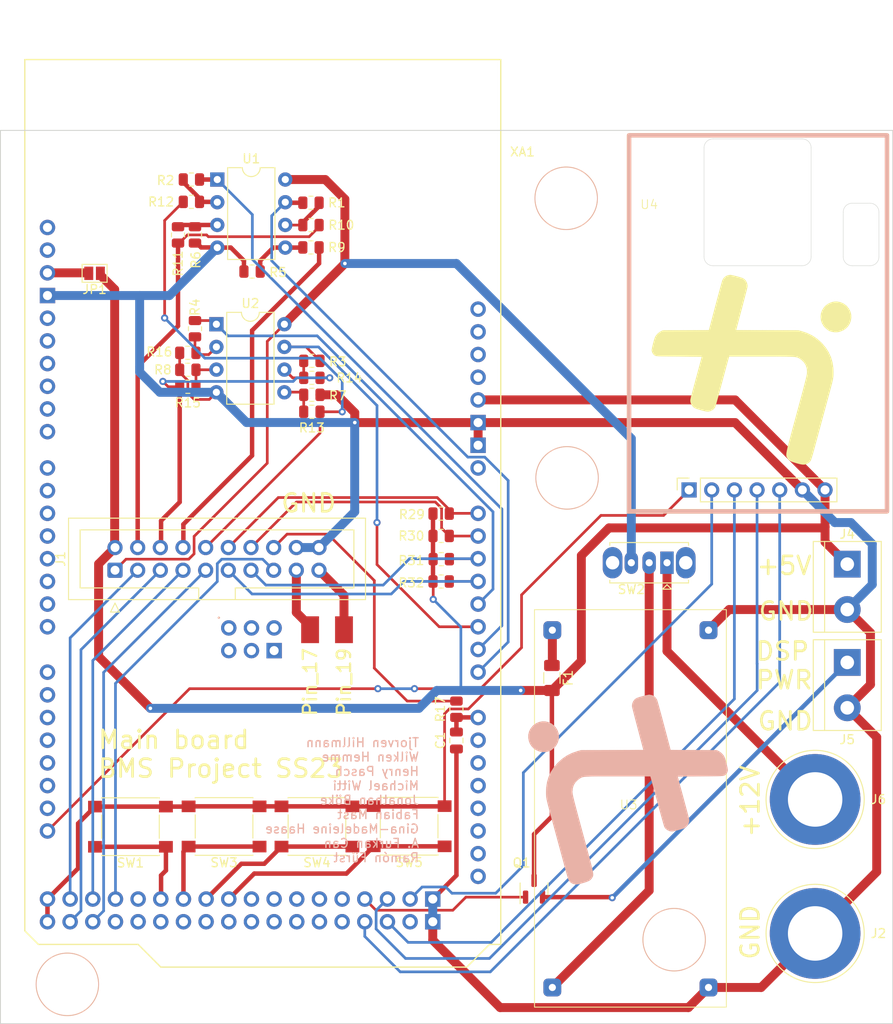
<source format=kicad_pcb>
(kicad_pcb (version 20221018) (generator pcbnew)
  (layers (0 "F.Cu" signal) (31 "B.Cu" signal) (34 "B.Paste" user) (35 "F.Paste" user) (36 "B.SilkS" user "B.Silkscreen") (37 "F.SilkS" user "F.Silkscreen") (38 "B.Mask" user) (39 "F.Mask" user) (44 "Edge.Cuts" user))
  (net 0 "")
  (net 1 "Net-(C1-Pad1)")
  (net 2 "GND")
  (net 3 "Net-(U3-OUT+)")
  (net 4 "+5V")
  (net 5 "+BATT")
  (net 6 "/balancing_ctrl_1")
  (net 7 "/balancing_ctrl_2")
  (net 8 "/balancing_ctrl_3")
  (net 9 "/balancing_ctrl_4")
  (net 10 "/bat01")
  (net 11 "/bat02")
  (net 12 "/bat03")
  (net 13 "/bat04")
  (net 14 "/temp_sensor01")
  (net 15 "/temp_sensor02")
  (net 16 "/temp_sensor03")
  (net 17 "/temp_sensor04")
  (net 18 "/bat_main_switch")
  (net 19 "/current_sensor")
  (net 20 "Net-(J1-Pin_17)")
  (net 21 "Net-(J1-Pin_19)")
  (net 22 "Net-(J5-Pin_1)")
  (net 23 "Net-(J6-Pin_1)")
  (net 24 "Net-(JP1-B)")
  (net 25 "/display_enable")
  (net 26 "/Arduino/cell_4_V")
  (net 27 "Net-(U1B--)")
  (net 28 "/Arduino/cell_3_V")
  (net 29 "Net-(U1A--)")
  (net 30 "/Arduino/cell_2_V")
  (net 31 "Net-(U2B--)")
  (net 32 "/Arduino/cell_1_V")
  (net 33 "Net-(U2A--)")
  (net 34 "Net-(U1B-+)")
  (net 35 "Net-(U1A-+)")
  (net 36 "Net-(U2B-+)")
  (net 37 "Net-(U2A-+)")
  (net 38 "/Arduino/Switch_0")
  (net 39 "Net-(SW2-B)")
  (net 40 "/Arduino/Switch_1")
  (net 41 "/Arduino/Switch_2")
  (net 42 "/Arduino/Switch_3")
  (net 43 "/CAN_INT")
  (net 44 "/CAN_SCK")
  (net 45 "/CAN_SI")
  (net 46 "/CAN_SO")
  (net 47 "/CAN_CS")
  (net 48 "+3.3V")
  (footprint "Resistor_SMD:R_0805_2012Metric" (layer "F.Cu") (at 133.5 44.2)
    (fp_text reference "R1")
    (fp_text value "100k")
  )
  (footprint "Resistor_SMD:R_0805_2012Metric" (layer "F.Cu") (at 133.5 46.7 180)
    (fp_text reference "R10")
    (fp_text value "100k")
  )
  (footprint "Connector:Banana_Jack_1Pin" (layer "F.Cu") (at 190 111)
    (fp_text reference "J6")
    (fp_text value "Conn_01x01_Socket")
  )
  (footprint "Resistor_SMD:R_0805_2012Metric" (layer "F.Cu") (at 133.6 65.7)
    (fp_text reference "R7")
    (fp_text value "100k")
  )
  (footprint "Button_Switch_SMD:SW_Push_1P1T_NO_6x6mm_H9.5mm" (layer "F.Cu") (at 144.5 114 180)
    (fp_text reference "SW5")
    (fp_text value "SW_Push")
  )
  (footprint "Button_Switch_SMD:SW_Push_1P1T_NO_6x6mm_H9.5mm" (layer "F.Cu") (at 113.27 114.05 180)
    (fp_text reference "SW1")
    (fp_text value "SW_Push")
  )
  (footprint "BMS_lib:Prototyping_Wood_Hole" (layer "F.Cu") (at 162.1 43.7)
    (fp_text reference "M1" hide)
    (fp_text value "Prototyping_Wood_Hole" hide)
  )
  (footprint "Resistor_SMD:R_0805_2012Metric" (layer "F.Cu") (at 133.6 63.8 180)
    (fp_text reference "R14")
    (fp_text value "100k")
  )
  (footprint "TerminalBlock:TerminalBlock_bornier-2_P5.08mm" (layer "F.Cu") (at 193.6 84.66 -90)
    (fp_text reference "J4")
    (fp_text value "ESP32_power")
  )
  (footprint "Resistor_SMD:R_0805_2012Metric" (layer "F.Cu") (at 120.1 44.1)
    (fp_text reference "R12")
    (fp_text value "100k")
  )
  (footprint "Button_Switch_SMD:SW_Push_1P1T_NO_6x6mm_H9.5mm" (layer "F.Cu") (at 134.17 114.025 180)
    (fp_text reference "SW4")
    (fp_text value "SW_Push")
  )
  (footprint "BMS_lib:Prototyping_Pad_Data" (layer "F.Cu") (at 137.2 92 180)
    (fp_text reference "PAD2")
    (fp_text value "Pin_19")
  )
  (footprint "BMS_lib:Buck_LM2596" (layer "F.Cu") (at 160.55 132.05 90)
    (fp_text reference "U3")
    (fp_text value "Buck")
  )
  (footprint "Resistor_SMD:R_0805_2012Metric" (layer "F.Cu") (at 133.6 61.9 180)
    (fp_text reference "R3")
    (fp_text value "100k")
  )
  (footprint "BMS_lib:thi_logo_large" (layer "F.Cu") (at 182.9 62.9)
    (fp_text reference "G***" hide)
    (fp_text value "LOGO" hide)
  )
  (footprint "Resistor_SMD:R_0805_2012Metric" (layer "F.Cu") (at 148.0875 79)
    (fp_text reference "R29")
    (fp_text value "100k")
  )
  (footprint "Button_Switch_SMD:SW_Push_1P1T_NO_6x6mm_H9.5mm" (layer "F.Cu") (at 123.76 114.025 180)
    (fp_text reference "SW3")
    (fp_text value "SW_Push")
  )
  (footprint "Resistor_SMD:R_0805_2012Metric" (layer "F.Cu") (at 148.1 84.1)
    (fp_text reference "R31")
    (fp_text value "100k")
  )
  (footprint "TerminalBlock:TerminalBlock_bornier-2_P5.08mm" (layer "F.Cu") (at 193.6 95.66 -90)
    (fp_text reference "J5")
    (fp_text value "Display_power")
  )
  (footprint "Resistor_SMD:R_0805_2012Metric" (layer "F.Cu") (at 119.7 62.9 180)
    (fp_text reference "R8")
    (fp_text value "100k")
  )
  (footprint "BMS_lib:Prototyping_Wood_Hole" (layer "F.Cu") (at 174.2 126.7)
    (fp_text reference "M3" hide)
    (fp_text value "Prototyping_Wood_Hole" hide)
  )
  (footprint "Resistor_SMD:R_0805_2012Metric" (layer "F.Cu") (at 148.0875 86.6)
    (fp_text reference "R32")
    (fp_text value "100k")
  )
  (footprint "Resistor_SMD:R_0805_2012Metric" (layer "F.Cu") (at 149.8 100.9 90)
    (fp_text reference "R17")
    (fp_text value "4.7k")
  )
  (footprint "Resistor_SMD:R_0805_2012Metric" (layer "F.Cu") (at 120.5 47.8 -90)
    (fp_text reference "R6")
    (fp_text value "100k")
  )
  (footprint "BMS_lib:Prototyping_Wood_Hole" (layer "F.Cu") (at 106.2 131.7)
    (fp_text reference "M2" hide)
    (fp_text value "Prototyping_Wood_Hole" hide)
  )
  (footprint "Resistor_SMD:R_0805_2012Metric" (layer "F.Cu") (at 119.7 64.8)
    (fp_text reference "R15")
    (fp_text value "100k")
  )
  (footprint "Resistor_SMD:R_0805_2012Metric" (layer "F.Cu") (at 120.1 41.6 180)
    (fp_text reference "R2")
    (fp_text value "100k")
  )
  (footprint "Resistor_SMD:R_0805_2012Metric" (layer "F.Cu") (at 133.6 67.6 180)
    (fp_text reference "R13")
    (fp_text value "100k")
  )
  (footprint "BMS_lib:Prototyping_Wood_Hole" (layer "F.Cu") (at 162.2 75)
    (fp_text reference "M4" hide)
    (fp_text value "Prototyping_Wood_Hole" hide)
  )
  (footprint "Resistor_SMD:R_0805_2012Metric" (layer "F.Cu") (at 120.5 58.3 -90)
    (fp_text reference "R4")
    (fp_text value "100k")
  )
  (footprint "Jumper:SolderJumper-2_P1.3mm_Open_Pad1.0x1.5mm" (layer "F.Cu") (at 109.25 52.1 180)
    (fp_text reference "JP1")
    (fp_text value "SolderJumper_2_Open")
  )
  (footprint "BMS_lib:Prototyping_Pad_Data" (layer "F.Cu") (at 133.4 92 180)
    (fp_text reference "PAD1")
    (fp_text value "Pin_17")
  )
  (footprint "Package_TO_SOT_SMD:SOT-23" (layer "F.Cu") (at 158.5 121 90)
    (fp_text reference "Q1")
    (fp_text value "Q_PMOS_GSD")
  )
  (footprint "Fuse:Fuse_1206_3216Metric" (layer "F.Cu") (at 160.5 97.4 -90)
    (fp_text reference "F1")
    (fp_text value "Fuse")
  )
  (footprint "Connector_IDC:IDC-Header_2x10_P2.54mm_Vertical" (layer "F.Cu") (at 111.54 85.34 90)
    (fp_text reference "J1")
    (fp_text value "Conn_01x20_Pin")
  )
  (footprint "Connector:Banana_Jack_1Pin" (layer "F.Cu") (at 190 126)
    (fp_text reference "J2")
    (fp_text value "Conn_01x01_Socket")
  )
  (footprint "Package_DIP:DIP-8_W7.62mm" (layer "F.Cu") (at 123 41.6)
    (fp_text reference "U1")
    (fp_text value "LM358")
  )
  (footprint "Package_DIP:DIP-8_W7.62mm" (layer "F.Cu") (at 122.9 57.8)
    (fp_text reference "U2")
    (fp_text value "LM358")
  )
  (footprint "Resistor_SMD:R_0805_2012Metric" (layer "F.Cu") (at 126.9 51.9 180)
    (fp_text reference "R5")
    (fp_text value "100k")
  )
  (footprint "Resistor_SMD:R_0805_2012Metric" (layer "F.Cu") (at 119.7 61)
    (fp_text reference "R16")
    (fp_text value "100k")
  )
  (footprint "Capacitor_SMD:C_0805_2012Metric" (layer "F.Cu") (at 149.8 104.4 -90)
    (fp_text reference "C1")
    (fp_text value "10u")
  )
  (footprint "Resistor_SMD:R_0805_2012Metric" (layer "F.Cu") (at 148.0875 81.5)
    (fp_text reference "R30")
    (fp_text value "100k")
  )
  (footprint "BMS_lib:CAN_Board" (layer "F.Cu") (at 171.95 75.85 90)
    (fp_text reference "U4")
    (fp_text value "~")
    (fp_line (start 24.6 16.6) (end 24.6 6.6) (stroke (width 0.05)) (layer "Edge.Cuts"))
    (fp_line (start 24.6 22.2) (end 24.6 24.2) (stroke (width 0.05)) (layer "Edge.Cuts"))
    (fp_line (start 25.6 5.6) (end 37.8 5.6) (stroke (width 0.05)) (layer "Edge.Cuts"))
    (fp_line (start 25.6 25.2) (end 30.6 25.2) (stroke (width 0.05)) (layer "Edge.Cuts"))
    (fp_line (start 30.6 21.2) (end 25.6 21.2) (stroke (width 0.05)) (layer "Edge.Cuts"))
    (fp_line (start 31.6 24.2) (end 31.6 22.2) (stroke (width 0.05)) (layer "Edge.Cuts"))
    (fp_line (start 37.8 17.6) (end 25.6 17.6) (stroke (width 0.05)) (layer "Edge.Cuts"))
    (fp_line (start 38.8 6.6) (end 38.8 16.6) (stroke (width 0.05)) (layer "Edge.Cuts"))
    (fp_arc (start 24.6 6.6) (mid 24.892893 5.892893) (end 25.6 5.6) (stroke (width 0.05)) (layer "Edge.Cuts"))
    (fp_arc (start 24.6 22.2) (mid 24.892893 21.492893) (end 25.6 21.2) (stroke (width 0.05)) (layer "Edge.Cuts"))
    (fp_arc (start 25.6 17.6) (mid 24.892893 17.307107) (end 24.6 16.6) (stroke (width 0.05)) (layer "Edge.Cuts"))
    (fp_arc (start 25.6 25.2) (mid 24.892893 24.907107) (end 24.6 24.2) (stroke (width 0.05)) (layer "Edge.Cuts"))
    (fp_arc (start 30.6 21.2) (mid 31.307107 21.492893) (end 31.6 22.2) (stroke (width 0.05)) (layer "Edge.Cuts"))
    (fp_arc (start 31.6 24.2) (mid 31.307107 24.907107) (end 30.6 25.2) (stroke (width 0.05)) (layer "Edge.Cuts"))
    (fp_arc (start 37.8 5.6) (mid 38.507107 5.892893) (end 38.8 6.6) (stroke (width 0.05)) (layer "Edge.Cuts"))
    (fp_arc (start 38.8 16.6) (mid 38.507107 17.307107) (end 37.8 17.6) (stroke (width 0.05)) (layer "Edge.Cuts"))
  )
  (footprint "Button_Switch_THT:SW_Slide_1P2T_CK_OS102011MS2Q" (layer "F.Cu") (at 173.4 84.5 180)
    (fp_text reference "SW2")
    (fp_text value "SW_SPDT")
  )
  (footprint "Resistor_SMD:R_0805_2012Metric" (layer "F.Cu") (at 133.5 49.2 180)
    (fp_text reference "R9")
    (fp_text value "100k")
  )
  (footprint "Resistor_SMD:R_0805_2012Metric" (layer "F.Cu") (at 118.6 47.8 90)
    (fp_text reference "R11")
    (fp_text value "100k")
  )
  (footprint "BMS_lib:thi_logo_large" (layer "B.Cu") (at 169 109.9 180)
    (fp_text reference "G***" hide)
    (fp_text value "LOGO" hide)
  )
  (footprint "PCM_arduino-library:Arduino_Mega2560_Shield" (layer "B.Cu") (at 154.77 28.17 -90)
    (fp_text reference "XA1")
    (fp_text value "Arduino_Mega2560_Shield")
  )
  (gr_rect (start 98.7 36.1) (end 198.7 136.1) (stroke (width 0.1)) (fill none) (layer "Edge.Cuts"))
  (gr_text "Tjorven Hillmann\nWilken Hemme\nHenry Pasch\nMichael Witti\nJonathan Böke\nFabian Mast\nGina-Madeleine Haase\nA. Furkan Can\nRamón Fürst" (at 145.7 118.1) (layer "B.SilkS") (effects (font (size 1 1)) (justify left bottom mirror)))
  (gr_text "+12V" (at 183.9 115.4 90) (layer "F.SilkS") (effects (font (size 2 2) (thickness 0.3)) (justify left bottom)))
  (gr_text "GND" (at 130 79) (layer "F.SilkS") (effects (font (size 2 2) (thickness 0.3)) (justify left bottom)))
  (gr_text "Main board\nBMS Project SS23" (at 109.5 108.7) (layer "F.SilkS") (effects (font (size 2 2) (thickness 0.3)) (justify left bottom)))
  (gr_text "GND" (at 183.9 129.1 90) (layer "F.SilkS") (effects (font (size 2 2) (thickness 0.3)) (justify left bottom)))
  (gr_text "+5V" (at 183.3 86) (layer "F.SilkS") (effects (font (size 2 2) (thickness 0.3)) (justify left bottom)))
  (gr_text "GND" (at 183.4 103.4) (layer "F.SilkS") (effects (font (size 2 2) (thickness 0.3)) (justify left bottom)))
  (gr_text "GND" (at 183.5 91.1) (layer "F.SilkS") (effects (font (size 2 2) (thickness 0.3)) (justify left bottom)))
  (gr_text "DSP\nPWR" (at 183.2 98.8) (layer "F.SilkS") (effects (font (size 2 2) (thickness 0.3)) (justify left bottom)))
  (segment (start 149.8 101.8125) (end 152.2125 101.8125) (width 0.5) (layer "F.Cu") (net 1))
  (segment (start 149.8 103.45) (end 149.8 101.8125) (width 0.5) (layer "F.Cu") (net 1))
  (segment (start 152.2125 101.8125) (end 152.23 101.83) (width 0.5) (layer "F.Cu") (net 1))
  (segment (start 181.03 68.81) (end 188.57 76.35) (width 1) (layer "F.Cu") (net 2))
  (segment (start 154.7 134.3) (end 147.15 126.75) (width 1) (layer "F.Cu") (net 2))
  (segment (start 196.2 92.34) (end 196.2 98.14) (width 1) (layer "F.Cu") (net 2))
  (segment (start 119.7 64.1) (end 118.7875 63.1875) (width 0.3) (layer "F.Cu") (net 2))
  (segment (start 178.05 92.05) (end 180.36 89.74) (width 1) (layer "F.Cu") (net 2))
  (segment (start 149.8 119.5) (end 147.15 122.15) (width 0.5) (layer "F.Cu") (net 2))
  (segment (start 138.41 68.81) (end 152.23 68.81) (width 1) (layer "F.Cu") (net 2))
  (segment (start 121.1875 49.2) (end 122.98 49.2) (width 0.5) (layer "F.Cu") (net 2))
  (segment (start 193.6 89.74) (end 196.2 92.34) (width 1) (layer "F.Cu") (net 2))
  (segment (start 196.9 119.1) (end 190 126) (width 1) (layer "F.Cu") (net 2))
  (segment (start 193.6 100.74) (end 196.9 104.04) (width 1) (layer "F.Cu") (net 2))
  (segment (start 125.9875 50.6875) (end 124.52 49.22) (width 0.5) (layer "F.Cu") (net 2))
  (segment (start 118.7875 63.1875) (end 118.7875 62.9) (width 0.3) (layer "F.Cu") (net 2))
  (segment (start 124.52 49.22) (end 123 49.22) (width 0.5) (layer "F.Cu") (net 2))
  (segment (start 136.4 65.7) (end 134.5125 65.7) (width 1) (layer "F.Cu") (net 2))
  (segment (start 149.8 105.35) (end 149.8 119.5) (width 0.5) (layer "F.Cu") (net 2))
  (segment (start 196.9 104.04) (end 196.9 119.1) (width 1) (layer "F.Cu") (net 2))
  (segment (start 122.9 65.42) (end 122.100001 66.219999) (width 0.3) (layer "F.Cu") (net 2))
  (segment (start 125.9875 51.9) (end 125.9875 50.6875) (width 0.5) (layer "F.Cu") (net 2))
  (segment (start 178.05 132.05) (end 175.8 134.3) (width 1) (layer "F.Cu") (net 2))
  (segment (start 120.419999 66.219999) (end 119.7 65.5) (width 0.3) (layer "F.Cu") (net 2))
  (segment (start 122.100001 66.219999) (end 120.419999 66.219999) (width 0.3) (layer "F.Cu") (net 2))
  (segment (start 122.98 49.2) (end 123 49.22) (width 0.5) (layer "F.Cu") (net 2))
  (segment (start 118.7875 62.9) (end 118.7875 61) (width 0.3) (layer "F.Cu") (net 2))
  (segment (start 175.8 134.3) (end 154.7 134.3) (width 1) (layer "F.Cu") (net 2))
  (segment (start 178.05 132.05) (end 183.95 132.05) (width 1) (layer "F.Cu") (net 2))
  (segment (start 147.15 126.75) (end 147.15 124.69) (width 1) (layer "F.Cu") (net 2))
  (segment (start 119.7 65.5) (end 119.7 64.1) (width 0.3) (layer "F.Cu") (net 2))
  (segment (start 120.5 48.5125) (end 121.1875 49.2) (width 0.5) (layer "F.Cu") (net 2))
  (segment (start 196.2 98.14) (end 193.6 100.74) (width 1) (layer "F.Cu") (net 2))
  (segment (start 138.41 68.81) (end 138.41 67.71) (width 1) (layer "F.Cu") (net 2))
  (segment (start 180.36 89.74) (end 193.6 89.74) (width 1) (layer "F.Cu") (net 2))
  (segment (start 152.23 71.35) (end 152.23 68.81) (width 1) (layer "F.Cu") (net 2))
  (segment (start 183.95 132.05) (end 190 126) (width 1) (layer "F.Cu") (net 2))
  (segment (start 138.41 67.71) (end 136.4 65.7) (width 1) (layer "F.Cu") (net 2))
  (segment (start 152.23 68.81) (end 181.03 68.81) (width 1) (layer "F.Cu") (net 2))
  (via (at 138.41 68.81) (size 0.8) (drill 0.4) (layers "F.Cu" "B.Cu") (net 2))
  (segment (start 138.4 68.8) (end 126.28 68.8) (width 1) (layer "B.Cu") (net 2))
  (segment (start 194 80) (end 192.2 80) (width 1) (layer "B.Cu") (net 2))
  (segment (start 117.634 54.586) (end 123 49.22) (width 1) (layer "B.Cu") (net 2))
  (segment (start 138.41 68.81) (end 138.4 68.8) (width 1) (layer "B.Cu") (net 2))
  (segment (start 122.9 65.42) (end 116.564365 65.42) (width 1) (layer "B.Cu") (net 2))
  (segment (start 196.4 82.4) (end 196.4 86.94) (width 1) (layer "B.Cu") (net 2))
  (segment (start 147.15 122.15) (end 147.15 124.69) (width 1) (layer "B.Cu") (net 2))
  (segment (start 196.4 82.4) (end 194 80) (width 1) (layer "B.Cu") (net 2))
  (segment (start 138.4 68.82) (end 138.4 78.8) (width 1) (layer "B.Cu") (net 2))
  (segment (start 138.4 78.8) (end 134.4 82.8) (width 1) (layer "B.Cu") (net 2))
  (segment (start 192.2 79.98) (end 188.57 76.35) (width 1) (layer "B.Cu") (net 2))
  (segment (start 103.97 54.586) (end 117.634 54.586) (width 1) (layer "B.Cu") (net 2))
  (segment (start 138.41 68.81) (end 138.4 68.82) (width 1) (layer "B.Cu") (net 2))
  (segment (start 126.28 68.8) (end 122.9 65.42) (width 1) (layer "B.Cu") (net 2))
  (segment (start 196.4 86.94) (end 193.6 89.74) (width 1) (layer "B.Cu") (net 2))
  (segment (start 134.4 82.8) (end 131.86 82.8) (width 1) (layer "B.Cu") (net 2))
  (segment (start 192.2 80) (end 192.2 79.98) (width 1) (layer "B.Cu") (net 2))
  (segment (start 114.3 63.155635) (end 114.3 54.586) (width 1) (layer "B.Cu") (net 2))
  (segment (start 116.564365 65.42) (end 114.3 63.155635) (width 1) (layer "B.Cu") (net 2))
  (segment (start 160.55 92.05) (end 160.55 95.95) (width 1) (layer "F.Cu") (net 3))
  (segment (start 160.55 95.95) (end 160.5 96) (width 1) (layer "F.Cu") (net 3))
  (segment (start 147.175 86.6) (end 147.175 79) (width 0.5) (layer "F.Cu") (net 4))
  (segment (start 107.4 118.72) (end 103.97 122.15) (width 0.5) (layer "F.Cu") (net 4))
  (segment (start 166.9 80.6) (end 191.01 80.6) (width 1) (layer "F.Cu") (net 4))
  (segment (start 181.03 66.27) (end 191.11 76.35) (width 1) (layer "F.Cu") (net 4))
  (segment (start 153.207106 98.8) (end 151.135251 100.871855) (width 0.3) (layer "F.Cu") (net 4))
  (segment (start 111.536497 82.8) (end 111.54 82.8) (width 1) (layer "F.Cu") (net 4))
  (segment (start 157 98.8) (end 153.207106 98.8) (width 0.3) (layer "F.Cu") (net 4))
  (segment (start 148.475 101.400736) (end 148.475 111.75) (width 0.3) (layer "F.Cu") (net 4))
  (segment (start 160.5 98.8) (end 163.8 95.5) (width 1) (layer "F.Cu") (net 4))
  (segment (start 148.45 111.775) (end 148.475 111.75) (width 0.5) (layer "F.Cu") (net 4))
  (segment (start 158.5 114.9) (end 160.5 112.9) (width 0.5) (layer "F.Cu") (net 4))
  (segment (start 109.7 95) (end 109.7 84.636497) (width 1) (layer "F.Cu") (net 4))
  (segment (start 151.135251 100.871855) (end 149.003881 100.871855) (width 0.3) (layer "F.Cu") (net 4))
  (segment (start 191.11 82.17) (end 193.6 84.66) (width 1) (layer "F.Cu") (net 4))
  (segment (start 107.4 113.695) (end 107.4 118.72) (width 0.5) (layer "F.Cu") (net 4))
  (segment (start 160.5 112.9) (end 160.5 98.8) (width 0.5) (layer "F.Cu") (net 4))
  (segment (start 152.23 66.27) (end 181.03 66.27) (width 1) (layer "F.Cu") (net 4))
  (segment (start 103.97 122.15) (end 103.97 124.69) (width 0.5) (layer "F.Cu") (net 4))
  (segment (start 109.9 52.3) (end 111.5 53.9) (width 1) (layer "F.Cu") (net 4))
  (segment (start 191.01 80.6) (end 191.11 80.5) (width 1) (layer "F.Cu") (net 4))
  (segment (start 191.11 76.35) (end 191.11 80.5) (width 1) (layer "F.Cu") (net 4))
  (segment (start 111.5 82.76) (end 111.54 82.8) (width 1) (layer "F.Cu") (net 4))
  (segment (start 163.8 95.5) (end 163.8 83.7) (width 1) (layer "F.Cu") (net 4))
  (segment (start 158.5 120.0625) (end 158.5 114.9) (width 0.5) (layer "F.Cu") (net 4))
  (segment (start 117.245 111.8) (end 119.76 111.8) (width 0.5) (layer "F.Cu") (net 4))
  (segment (start 109.9 52.1) (end 109.9 52.3) (width 1) (layer "F.Cu") (net 4))
  (segment (start 157 98.8) (end 160.5 98.8) (width 1) (layer "F.Cu") (net 4))
  (segment (start 109.295 111.8) (end 107.4 113.695) (width 0.5) (layer "F.Cu") (net 4))
  (segment (start 127.735 111.665) (end 127.8 111.6) (width 0.3) (layer "F.Cu") (net 4))
  (segment (start 115.5 100.8) (end 109.7 95) (width 1) (layer "F.Cu") (net 4))
  (segment (start 147.2 86.625) (end 147.175 86.6) (width 0.3) (layer "F.Cu") (net 4))
  (segment (start 119.76 111.8) (end 119.785 111.775) (width 0.5) (layer "F.Cu") (net 4))
  (segment (start 147.2 88.6) (end 147.2 86.625) (width 0.3) (layer "F.Cu") (net 4))
  (segment (start 149.003881 100.871855) (end 148.475 101.400736) (width 0.3) (layer "F.Cu") (net 4))
  (segment (start 163.8 83.7) (end 166.9 80.6) (width 1) (layer "F.Cu") (net 4))
  (segment (start 109.295 111.8) (end 117.245 111.8) (width 0.5) (layer "F.Cu") (net 4))
  (segment (start 109.7 84.636497) (end 111.536497 82.8) (width 1) (layer "F.Cu") (net 4))
  (segment (start 191.11 80.5) (end 191.11 82.17) (width 1) (layer "F.Cu") (net 4))
  (segment (start 111.5 53.9) (end 111.5 82.76) (width 1) (layer "F.Cu") (net 4))
  (segment (start 119.785 111.775) (end 148.45 111.775) (width 0.5) (layer "F.Cu") (net 4))
  (via (at 157 98.8) (size 0.8) (drill 0.4) (layers "F.Cu" "B.Cu") (net 4))
  (via (at 147.2 88.6) (size 0.8) (drill 0.4) (layers "F.Cu" "B.Cu") (net 4))
  (via (at 115.5 100.8) (size 0.8) (drill 0.4) (layers "F.Cu" "B.Cu") (net 4))
  (segment (start 145.6 100.8) (end 147.6 98.8) (width 1) (layer "B.Cu") (net 4))
  (segment (start 150.3 91.7) (end 147.2 88.6) (width 0.3) (layer "B.Cu") (net 4))
  (segment (start 150.3 98.8) (end 150.3 91.7) (width 0.3) (layer "B.Cu") (net 4))
  (segment (start 115.5 100.8) (end 145.6 100.8) (width 1) (layer "B.Cu") (net 4))
  (segment (start 147.6 98.8) (end 157 98.8) (width 1) (layer "B.Cu") (net 4))
  (segment (start 137.3 51) (end 137.3 43.8) (width 1) (layer "F.Cu") (net 5))
  (segment (start 130.52 57.78) (end 130.52 57.8) (width 0.3) (layer "F.Cu") (net 5))
  (segment (start 137.3 51) (end 130.52 57.78) (width 1) (layer "F.Cu") (net 5))
  (segment (start 120.4 81.551471) (end 120.4 83.5) (width 0.3) (layer "F.Cu") (net 5))
  (segment (start 120.4 83.5) (end 119.8 84.1) (width 0.3) (layer "F.Cu") (net 5))
  (segment (start 128.6 73.351471) (end 120.4 81.551471) (width 0.3) (layer "F.Cu") (net 5))
  (segment (start 135.1 41.6) (end 130.62 41.6) (width 1) (layer "F.Cu") (net 5))
  (segment (start 119.8 84.1) (end 112.78 84.1) (width 0.3) (layer "F.Cu") (net 5))
  (segment (start 112.78 84.1) (end 111.54 85.34) (width 0.3) (layer "F.Cu") (net 5))
  (segment (start 128.6 59.72) (end 128.6 73.351471) (width 0.3) (layer "F.Cu") (net 5))
  (segment (start 137.3 43.8) (end 135.1 41.6) (width 1) (layer "F.Cu") (net 5))
  (segment (start 130.52 57.8) (end 128.6 59.72) (width 0.3) (layer "F.Cu") (net 5))
  (via (at 137.3 51) (size 0.8) (drill 0.4) (layers "F.Cu" "B.Cu") (net 5))
  (segment (start 137.3 51) (end 149.8 51) (width 1) (layer "B.Cu") (net 5))
  (segment (start 169.4 70.6) (end 169.4 84.5) (width 1) (layer "B.Cu") (net 5))
  (segment (start 149.8 51) (end 169.4 70.6) (width 1) (layer "B.Cu") (net 5))
  (segment (start 106.51 122.15) (end 106.51 92.91) (width 0.3) (layer "B.Cu") (net 6))
  (segment (start 106.51 92.91) (end 114.08 85.34) (width 0.3) (layer "B.Cu") (net 6))
  (segment (start 107.7236 94.2364) (end 116.62 85.34) (width 0.3) (layer "B.Cu") (net 7))
  (segment (start 107.7236 123.4764) (end 107.7236 94.2364) (width 0.3) (layer "B.Cu") (net 7))
  (segment (start 106.51 124.69) (end 107.7236 123.4764) (width 0.3) (layer "B.Cu") (net 7))
  (segment (start 109.05 122.15) (end 109.05 95.45) (width 0.3) (layer "B.Cu") (net 8))
  (segment (start 109.05 95.45) (end 119.16 85.34) (width 0.3) (layer "B.Cu") (net 8))
  (segment (start 110.2636 96.7764) (end 121.7 85.34) (width 0.3) (layer "B.Cu") (net 9))
  (segment (start 109.05 124.69) (end 110.2636 123.4764) (width 0.3) (layer "B.Cu") (net 9))
  (segment (start 110.2636 123.4764) (end 110.2636 96.7764) (width 0.3) (layer "B.Cu") (net 9))
  (segment (start 118.7875 77.7125) (end 118.7875 64.8) (width 0.5) (layer "F.Cu") (net 10))
  (segment (start 116.9 64.2) (end 117.5 64.8) (width 0.3) (layer "F.Cu") (net 10))
  (segment (start 116.62 82.8) (end 116.7 82.72) (width 0.5) (layer "F.Cu") (net 10))
  (segment (start 117.5 64.8) (end 118.7875 64.8) (width 0.3) (layer "F.Cu") (net 10))
  (segment (start 116.7 82.72) (end 116.7 79.8) (width 0.5) (layer "F.Cu") (net 10))
  (segment (start 134.5125 63.8) (end 135.6 63.8) (width 0.3) (layer "F.Cu") (net 10))
  (segment (start 116.7 79.8) (end 118.7875 77.7125) (width 0.5) (layer "F.Cu") (net 10))
  (via (at 116.9 64.2) (size 0.8) (drill 0.4) (layers "F.Cu" "B.Cu") (net 10))
  (via (at 135.6 63.8) (size 0.8) (drill 0.4) (layers "F.Cu" "B.Cu") (net 10))
  (segment (start 116.9 64.2) (end 131.5 64.2) (width 0.3) (layer "B.Cu") (net 10))
  (segment (start 131.9 63.8) (end 135.6 63.8) (width 0.3) (layer "B.Cu") (net 10))
  (segment (start 131.5 64.2) (end 131.9 63.8) (width 0.3) (layer "B.Cu") (net 10))
  (segment (start 117.1 57.1) (end 117.1 46.1875) (width 0.3) (layer "F.Cu") (net 11))
  (segment (start 117.1 46.1875) (end 119.1875 44.1) (width 0.3) (layer "F.Cu") (net 11))
  (segment (start 134.5125 69.9875) (end 134.5125 67.6) (width 0.3) (layer "F.Cu") (net 11))
  (segment (start 121.7 82.8) (end 134.5125 69.9875) (width 0.3) (layer "F.Cu") (net 11))
  (segment (start 134.5125 67.6) (end 137 67.6) (width 0.3) (layer "F.Cu") (net 11))
  (via (at 137 67.6) (size 0.8) (drill 0.4) (layers "F.Cu" "B.Cu") (net 11))
  (via (at 117.1 57.1) (size 0.8) (drill 0.4) (layers "F.Cu" "B.Cu") (net 11))
  (segment (start 134.5 61.6) (end 137 64.1) (width 0.3) (layer "B.Cu") (net 11))
  (segment (start 117.1 57.1) (end 121.6 61.6) (width 0.3) (layer "B.Cu") (net 11))
  (segment (start 137 64.1) (end 137 67.6) (width 0.3) (layer "B.Cu") (net 11))
  (segment (start 121.6 61.6) (end 134.5 61.6) (width 0.3) (layer "B.Cu") (net 11))
  (segment (start 122 48) (end 121.8 47.8) (width 0.3) (layer "F.Cu") (net 12))
  (segment (start 118.6 48.7125) (end 118.6 58) (width 0.5) (layer "F.Cu") (net 12))
  (segment (start 118.74375 48.7125) (end 118.6 48.7125) (width 0.3) (layer "F.Cu") (net 12))
  (segment (start 134.4125 46.8875) (end 133.3 48) (width 0.3) (layer "F.Cu") (net 12))
  (segment (start 114.08 62.52) (end 114.08 82.8) (width 0.5) (layer "F.Cu") (net 12))
  (segment (start 134.4125 46.7) (end 134.4125 46.8875) (width 0.3) (layer "F.Cu") (net 12))
  (segment (start 119.65625 47.8) (end 118.74375 48.7125) (width 0.3) (layer "F.Cu") (net 12))
  (segment (start 118.6 58) (end 114.08 62.52) (width 0.5) (layer "F.Cu") (net 12))
  (segment (start 133.3 48) (end 122 48) (width 0.3) (layer "F.Cu") (net 12))
  (segment (start 121.8 47.8) (end 119.65625 47.8) (width 0.3) (layer "F.Cu") (net 12))
  (segment (start 126.9 72.5) (end 126.9 58.5) (width 0.5) (layer "F.Cu") (net 13))
  (segment (start 134.4125 50.9875) (end 134.4125 49.2) (width 0.5) (layer "F.Cu") (net 13))
  (segment (start 119.16 82.8) (end 119.2 82.76) (width 0.5) (layer "F.Cu") (net 13))
  (segment (start 126.9 58.5) (end 134.4125 50.9875) (width 0.5) (layer "F.Cu") (net 13))
  (segment (start 119.2 82.76) (end 119.2 80.2) (width 0.5) (layer "F.Cu") (net 13))
  (segment (start 119.2 80.2) (end 126.9 72.5) (width 0.5) (layer "F.Cu") (net 13))
  (segment (start 149 79) (end 149.03 78.97) (width 0.3) (layer "F.Cu") (net 14))
  (segment (start 124.24 82.8) (end 129.84 77.2) (width 0.3) (layer "F.Cu") (net 14))
  (segment (start 147.643134 77.2) (end 149 78.556866) (width 0.3) (layer "F.Cu") (net 14))
  (segment (start 149.03 78.97) (end 152.23 78.97) (width 0.3) (layer "F.Cu") (net 14))
  (segment (start 149 78.556866) (end 149 79) (width 0.3) (layer "F.Cu") (net 14))
  (segment (start 129.84 77.2) (end 147.643134 77.2) (width 0.3) (layer "F.Cu") (net 14))
  (segment (start 149 81.5) (end 149.01 81.51) (width 0.3) (layer "F.Cu") (net 15))
  (segment (start 149 81.5) (end 148.1375 80.6375) (width 0.3) (layer "F.Cu") (net 15))
  (segment (start 148.1375 78.401472) (end 147.436028 77.7) (width 0.3) (layer "F.Cu") (net 15))
  (segment (start 147.436028 77.7) (end 131.88 77.7) (width 0.3) (layer "F.Cu") (net 15))
  (segment (start 149.01 81.51) (end 152.23 81.51) (width 0.3) (layer "F.Cu") (net 15))
  (segment (start 131.88 77.7) (end 126.78 82.8) (width 0.3) (layer "F.Cu") (net 15))
  (segment (start 148.1375 80.6375) (end 148.1375 78.401472) (width 0.3) (layer "F.Cu") (net 15))
  (segment (start 149.0625 84.05) (end 152.23 84.05) (width 0.3) (layer "F.Cu") (net 16))
  (segment (start 149.0125 84.1) (end 149.0625 84.05) (width 0.3) (layer "F.Cu") (net 16))
  (segment (start 152.23 84.05) (end 144.55 84.05) (width 0.3) (layer "B.Cu") (net 16))
  (segment (start 141.6 87) (end 128.44 87) (width 0.3) (layer "B.Cu") (net 16))
  (segment (start 144.55 84.05) (end 141.6 87) (width 0.3) (layer "B.Cu") (net 16))
  (segment (start 128.44 87) (end 126.78 85.34) (width 0.3) (layer "B.Cu") (net 16))
  (segment (start 149.01 86.59) (end 152.23 86.59) (width 0.3) (layer "F.Cu") (net 17))
  (segment (start 149 86.6) (end 149.01 86.59) (width 0.3) (layer "F.Cu") (net 17))
  (segment (start 126.9 88) (end 124.24 85.34) (width 0.3) (layer "B.Cu") (net 17))
  (segment (start 142.5 88) (end 126.9 88) (width 0.3) (layer "B.Cu") (net 17))
  (segment (start 152.23 86.59) (end 143.91 86.59) (width 0.3) (layer "B.Cu") (net 17))
  (segment (start 143.91 86.59) (end 142.5 88) (width 0.3) (layer "B.Cu") (net 17))
  (segment (start 123 86.6) (end 123 84.6) (width 0.3) (layer "B.Cu") (net 18))
  (segment (start 123 84.6) (end 123.5 84.1) (width 0.3) (layer "B.Cu") (net 18))
  (segment (start 111.59 98.01) (end 123 86.6) (width 0.3) (layer "B.Cu") (net 18))
  (segment (start 111.59 122.15) (end 111.59 98.01) (width 0.3) (layer "B.Cu") (net 18))
  (segment (start 123.5 84.1) (end 128.08 84.1) (width 0.3) (layer "B.Cu") (net 18))
  (segment (start 128.08 84.1) (end 129.32 85.34) (width 0.3) (layer "B.Cu") (net 18))
  (segment (start 135.4 81.3) (end 140.6 86.5) (width 0.3) (layer "F.Cu") (net 19))
  (segment (start 140.6 96.3) (end 144.2875 99.9875) (width 0.3) (layer "F.Cu") (net 19))
  (segment (start 144.2875 99.9875) (end 149.8 99.9875) (width 0.3) (layer "F.Cu") (net 19))
  (segment (start 140.6 86.5) (end 140.6 96.3) (width 0.3) (layer "F.Cu") (net 19))
  (segment (start 129.32 82.8) (end 130.82 81.3) (width 0.3) (layer "F.Cu") (net 19))
  (segment (start 130.82 81.3) (end 135.4 81.3) (width 0.3) (layer "F.Cu") (net 19))
  (segment (start 131.86 90.06) (end 133.4 91.6) (width 1) (layer "F.Cu") (net 20))
  (segment (start 133.4 91.6) (end 133.4 92) (width 1) (layer "F.Cu") (net 20))
  (segment (start 131.86 85.34) (end 131.86 90.06) (width 1) (layer "F.Cu") (net 20))
  (segment (start 137.2 88.14) (end 137.2 92) (width 1) (layer "F.Cu") (net 21))
  (segment (start 134.4 85.34) (end 137.2 88.14) (width 1) (layer "F.Cu") (net 21))
  (segment (start 167.26 122) (end 167.1975 121.9375) (width 0.5) (layer "F.Cu") (net 22))
  (segment (start 167.1975 121.9375) (end 159.45 121.9375) (width 0.5) (layer "F.Cu") (net 22))
  (via (at 167.26 122) (size 0.8) (drill 0.4) (layers "F.Cu" "B.Cu") (net 22))
  (segment (start 167.26 122) (end 193.6 95.66) (width 0.5) (layer "B.Cu") (net 22))
  (segment (start 173.4 94.4) (end 190 111) (width 1) (layer "F.Cu") (net 23))
  (segment (start 173.4 84.5) (end 173.4 94.4) (width 1) (layer "F.Cu") (net 23))
  (segment (start 103.97 52.046) (end 108.546 52.046) (width 1) (layer "F.Cu") (net 24))
  (segment (start 108.546 52.046) (end 108.6 52.1) (width 1) (layer "F.Cu") (net 24))
  (segment (start 149.4 123.4) (end 150.8625 121.9375) (width 0.3) (layer "F.Cu") (net 25))
  (segment (start 150.8625 121.9375) (end 157.55 121.9375) (width 0.3) (layer "F.Cu") (net 25))
  (segment (start 139.53 122.15) (end 140.78 123.4) (width 0.3) (layer "F.Cu") (net 25))
  (segment (start 140.78 123.4) (end 149.4 123.4) (width 0.3) (layer "F.Cu") (net 25))
  (segment (start 130.68 44.2) (end 130.62 44.14) (width 0.5) (layer "F.Cu") (net 26))
  (segment (start 132.5875 44.2) (end 130.68 44.2) (width 0.5) (layer "F.Cu") (net 26))
  (segment (start 155.6 75.3) (end 155.6 93.38) (width 0.3) (layer "B.Cu") (net 26))
  (segment (start 129.1 50.7) (end 151.0764 72.6764) (width 0.3) (layer "B.Cu") (net 26))
  (segment (start 151.0764 72.6764) (end 152.9764 72.6764) (width 0.3) (layer "B.Cu") (net 26))
  (segment (start 130.62 44.14) (end 129.1 45.66) (width 0.3) (layer "B.Cu") (net 26))
  (segment (start 129.1 45.66) (end 129.1 50.7) (width 0.3) (layer "B.Cu") (net 26))
  (segment (start 155.6 93.38) (end 152.23 96.75) (width 0.3) (layer "B.Cu") (net 26))
  (segment (start 152.9764 72.6764) (end 155.6 75.3) (width 0.3) (layer "B.Cu") (net 26))
  (segment (start 132.5875 46.7) (end 130.64 46.7) (width 0.3) (layer "F.Cu") (net 27))
  (segment (start 132.5875 46.4125) (end 134.4125 44.5875) (width 0.5) (layer "F.Cu") (net 27))
  (segment (start 134.4125 44.5875) (end 134.4125 44.2) (width 0.5) (layer "F.Cu") (net 27))
  (segment (start 132.5875 46.7) (end 132.5875 46.4125) (width 0.5) (layer "F.Cu") (net 27))
  (segment (start 130.64 46.7) (end 130.62 46.68) (width 0.3) (layer "F.Cu") (net 27))
  (segment (start 121.0125 41.6) (end 123 41.6) (width 0.5) (layer "F.Cu") (net 28))
  (segment (start 154.9 78.5) (end 154.9 91.54) (width 0.3) (layer "B.Cu") (net 28))
  (segment (start 123 41.6) (end 126.93 45.53) (width 0.3) (layer "B.Cu") (net 28))
  (segment (start 126.93 45.53) (end 126.93 50.53) (width 0.3) (layer "B.Cu") (net 28))
  (segment (start 154.9 91.54) (end 152.23 94.21) (width 0.3) (layer "B.Cu") (net 28))
  (segment (start 126.93 50.53) (end 154.9 78.5) (width 0.3) (layer "B.Cu") (net 28))
  (segment (start 122.96 44.1) (end 123 44.14) (width 0.5) (layer "F.Cu") (net 29))
  (segment (start 121.0125 44.1) (end 122.96 44.1) (width 0.5) (layer "F.Cu") (net 29))
  (segment (start 121.0125 43.7125) (end 121.0125 44.1) (width 0.5) (layer "F.Cu") (net 29))
  (segment (start 119.1875 41.6) (end 119.1875 41.8875) (width 0.5) (layer "F.Cu") (net 29))
  (segment (start 119.1875 41.8875) (end 121.0125 43.7125) (width 0.5) (layer "F.Cu") (net 29))
  (segment (start 140.9 84.7) (end 147.87 91.67) (width 0.3) (layer "F.Cu") (net 30))
  (segment (start 147.87 91.67) (end 152.23 91.67) (width 0.3) (layer "F.Cu") (net 30))
  (segment (start 132.9525 60.34) (end 134.5125 61.9) (width 0.3) (layer "F.Cu") (net 30))
  (segment (start 130.52 60.34) (end 132.9525 60.34) (width 0.3) (layer "F.Cu") (net 30))
  (segment (start 140.9 80) (end 140.9 84.7) (width 0.3) (layer "F.Cu") (net 30))
  (via (at 140.9 80) (size 0.8) (drill 0.4) (layers "F.Cu" "B.Cu") (net 30))
  (segment (start 134.34 60.34) (end 130.52 60.34) (width 0.3) (layer "B.Cu") (net 30))
  (segment (start 140.9 80) (end 140.9 66.9) (width 0.3) (layer "B.Cu") (net 30))
  (segment (start 140.9 66.9) (end 134.34 60.34) (width 0.3) (layer "B.Cu") (net 30))
  (segment (start 132.6875 63.8) (end 131.44 63.8) (width 0.3) (layer "F.Cu") (net 31))
  (segment (start 132.6875 61.9) (end 132.6875 63.8) (width 0.3) (layer "F.Cu") (net 31))
  (segment (start 131.44 63.8) (end 130.52 62.88) (width 0.3) (layer "F.Cu") (net 31))
  (segment (start 120.5 57.3875) (end 122.4875 57.3875) (width 0.3) (layer "F.Cu") (net 32))
  (segment (start 122.4875 57.3875) (end 122.9 57.8) (width 0.3) (layer "F.Cu") (net 32))
  (segment (start 153.9 78.8) (end 153.9 87.46) (width 0.3) (layer "B.Cu") (net 32))
  (segment (start 122.9 57.8) (end 124.2 59.1) (width 0.3) (layer "B.Cu") (net 32))
  (segment (start 124.2 59.1) (end 134.2 59.1) (width 0.3) (layer "B.Cu") (net 32))
  (segment (start 153.9 87.46) (end 152.23 89.13) (width 0.3) (layer "B.Cu") (net 32))
  (segment (start 134.2 59.1) (end 153.9 78.8) (width 0.3) (layer "B.Cu") (net 32))
  (segment (start 120.6125 61) (end 120.8125 61.2) (width 0.3) (layer "F.Cu") (net 33))
  (segment (start 120.5 59.2125) (end 120.5 60.8875) (width 0.3) (layer "F.Cu") (net 33))
  (segment (start 120.5 60.8875) (end 120.6125 61) (width 0.3) (layer "F.Cu") (net 33))
  (segment (start 122.04 61.2) (end 122.9 60.34) (width 0.3) (layer "F.Cu") (net 33))
  (segment (start 120.8125 61.2) (end 122.04 61.2) (width 0.3) (layer "F.Cu") (net 33))
  (segment (start 130.62 49.22) (end 132.5675 49.22) (width 0.5) (layer "F.Cu") (net 34))
  (segment (start 129.28 49.22) (end 130.62 49.22) (width 0.5) (layer "F.Cu") (net 34))
  (segment (start 127.8125 51.9) (end 127.8125 50.6875) (width 0.5) (layer "F.Cu") (net 34))
  (segment (start 127.8125 50.6875) (end 129.28 49.22) (width 0.5) (layer "F.Cu") (net 34))
  (segment (start 132.5675 49.22) (end 132.5875 49.2) (width 0.5) (layer "F.Cu") (net 34))
  (segment (start 122.9925 46.6875) (end 123 46.68) (width 0.5) (layer "F.Cu") (net 35))
  (segment (start 120.5 46.6875) (end 118.6 46.6875) (width 0.5) (layer "F.Cu") (net 35))
  (segment (start 120.5 46.6875) (end 122.9925 46.6875) (width 0.5) (layer "F.Cu") (net 35))
  (segment (start 132.6875 65.7) (end 132.6875 67.6) (width 0.3) (layer "F.Cu") (net 36))
  (segment (start 130.54 65.4) (end 130.52 65.42) (width 0.3) (layer "F.Cu") (net 36))
  (segment (start 132.6875 65.7) (end 132.3875 65.4) (width 0.3) (layer "F.Cu") (net 36))
  (segment (start 132.3875 65.4) (end 130.54 65.4) (width 0.3) (layer "F.Cu") (net 36))
  (segment (start 122.88 62.9) (end 122.9 62.88) (width 0.3) (layer "F.Cu") (net 37))
  (segment (start 120.6125 62.9) (end 122.88 62.9) (width 0.3) (layer "F.Cu") (net 37))
  (segment (start 120.6125 62.9) (end 120.6125 64.8) (width 0.3) (layer "F.Cu") (net 37))
  (segment (start 117.245 116.3) (end 117.245 118.955) (width 0.5) (layer "F.Cu") (net 38))
  (segment (start 117.245 118.955) (end 116.7 119.5) (width 0.5) (layer "F.Cu") (net 38))
  (segment (start 109.295 116.3) (end 117.245 116.3) (width 0.5) (layer "F.Cu") (net 38))
  (segment (start 116.7 119.5) (end 116.7 122.12) (width 0.5) (layer "F.Cu") (net 38))
  (segment (start 116.7 122.12) (end 116.67 122.15) (width 0.5) (layer "F.Cu") (net 38))
  (segment (start 160.55 132.05) (end 171.4 121.2) (width 1) (layer "F.Cu") (net 39))
  (segment (start 171.4 121.2) (end 171.4 84.5) (width 1) (layer "F.Cu") (net 39))
  (segment (start 119.21 116.85) (end 119.785 116.275) (width 0.5) (layer "F.Cu") (net 40))
  (segment (start 119.785 116.275) (end 127.735 116.275) (width 0.5) (layer "F.Cu") (net 40))
  (segment (start 119.21 122.15) (end 119.21 116.85) (width 0.5) (layer "F.Cu") (net 40))
  (segment (start 125.7 118.2) (end 121.75 122.15) (width 0.5) (layer "F.Cu") (net 41))
  (segment (start 128.27 118.2) (end 125.7 118.2) (width 0.5) (layer "F.Cu") (net 41))
  (segment (start 130.195 116.275) (end 138.145 116.275) (width 0.5) (layer "F.Cu") (net 41))
  (segment (start 130.195 116.275) (end 128.27 118.2) (width 0.5) (layer "F.Cu") (net 41))
  (segment (start 140.525 116.25) (end 137.475 119.3) (width 0.5) (layer "F.Cu") (net 42))
  (segment (start 127.14 119.3) (end 124.29 122.15) (width 0.5) (layer "F.Cu") (net 42))
  (segment (start 140.525 116.25) (end 148.475 116.25) (width 0.5) (layer "F.Cu") (net 42))
  (segment (start 137.475 119.3) (end 127.14 119.3) (width 0.5) (layer "F.Cu") (net 42))
  (segment (start 173.02 79.2) (end 175.87 76.35) (width 0.3) (layer "F.Cu") (net 43))
  (segment (start 166 79.2) (end 173.02 79.2) (width 0.3) (layer "F.Cu") (net 43))
  (segment (start 157.1 94) (end 157.1 88.1) (width 0.3) (layer "F.Cu") (net 43))
  (segment (start 157.1 88.1) (end 166 79.2) (width 0.3) (layer "F.Cu") (net 43))
  (segment (start 152.5 98.6) (end 157.1 94) (width 0.3) (layer "F.Cu") (net 43))
  (segment (start 145.1 98.6) (end 152.5 98.6) (width 0.3) (layer "F.Cu") (net 43))
  (segment (start 119.9 98.6) (end 103.97 114.53) (width 0.3) (layer "F.Cu") (net 43))
  (segment (start 141 98.6) (end 119.9 98.6) (width 0.3) (layer "F.Cu") (net 43))
  (via (at 145.1 98.6) (size 0.8) (drill 0.4) (layers "F.Cu" "B.Cu") (net 43))
  (via (at 141 98.6) (size 0.8) (drill 0.4) (layers "F.Cu" "B.Cu") (net 43))
  (segment (start 141 98.6) (end 145.1 98.6) (width 0.3) (layer "B.Cu") (net 43))
  (segment (start 149.3 121.5) (end 154.2 121.5) (width 0.3) (layer "B.Cu") (net 44))
  (segment (start 157.3 118.4) (end 157.3 108) (width 0.3) (layer "B.Cu") (net 44))
  (segment (start 157.3 108) (end 178.41 86.89) (width 0.3) (layer "B.Cu") (net 44))
  (segment (start 154.2 121.5) (end 157.3 118.4) (width 0.3) (layer "B.Cu") (net 44))
  (segment (start 148.6 120.8) (end 149.3 121.5) (width 0.3) (layer "B.Cu") (net 44))
  (segment (start 178.41 86.89) (end 178.41 76.35) (width 0.3) (layer "B.Cu") (net 44))
  (segment (start 144.61 122.15) (end 145.96 120.8) (width 0.3) (layer "B.Cu") (net 44))
  (segment (start 145.96 120.8) (end 148.6 120.8) (width 0.3) (layer "B.Cu") (net 44))
  (segment (start 144.38 127) (end 142.07 124.69) (width 0.3) (layer "B.Cu") (net 45))
  (segment (start 153.7 127) (end 144.38 127) (width 0.3) (layer "B.Cu") (net 45))
  (segment (start 180.95 99.75) (end 153.7 127) (width 0.3) (layer "B.Cu") (net 45))
  (segment (start 180.95 76.35) (end 180.95 99.75) (width 0.3) (layer "B.Cu") (net 45))
  (segment (start 144.1 128.8) (end 140.8 125.5) (width 0.3) (layer "B.Cu") (net 46))
  (segment (start 183.5 95.8) (end 183.5 98.8) (width 0.3) (layer "B.Cu") (net 46))
  (segment (start 153.5 128.8) (end 144.1 128.8) (width 0.3) (layer "B.Cu") (net 46))
  (segment (start 140.8 125.5) (end 140.8 123.42) (width 0.3) (layer "B.Cu") (net 46))
  (segment (start 183.49 76.35) (end 183.49 95.79) (width 0.3) (layer "B.Cu") (net 46))
  (segment (start 183.5 98.8) (end 153.5 128.8) (width 0.3) (layer "B.Cu") (net 46))
  (segment (start 183.49 95.79) (end 183.5 95.8) (width 0.3) (layer "B.Cu") (net 46))
  (segment (start 140.8 123.42) (end 142.07 122.15) (width 0.3) (layer "B.Cu") (net 46))
  (segment (start 139.53 126.33) (end 139.53 124.69) (width 0.3) (layer "B.Cu") (net 47))
  (segment (start 143.5 130.3) (end 139.53 126.33) (width 0.3) (layer "B.Cu") (net 47))
  (segment (start 186.03 97.87) (end 153.6 130.3) (width 0.3) (layer "B.Cu") (net 47))
  (segment (start 153.6 130.3) (end 143.5 130.3) (width 0.3) (layer "B.Cu") (net 47))
  (segment (start 186.03 76.35) (end 186.03 97.87) (width 0.3) (layer "B.Cu") (net 47))
)
</source>
